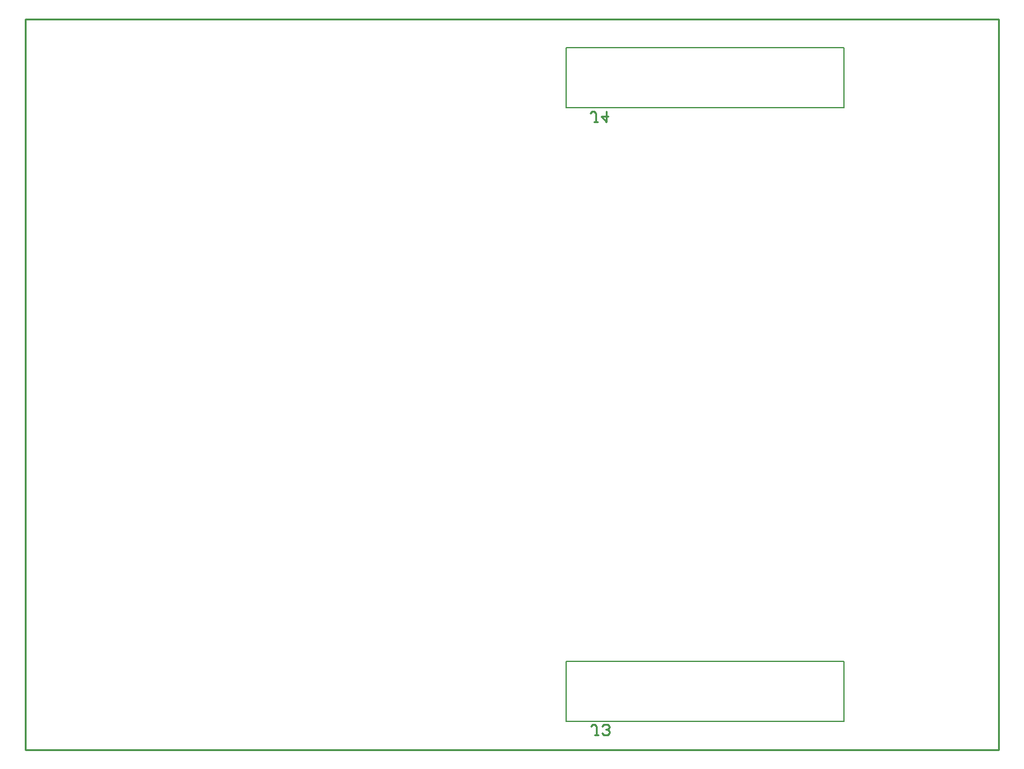
<source format=gbo>
G04*
G04 #@! TF.GenerationSoftware,Altium Limited,Altium Designer,19.0.10 (269)*
G04*
G04 Layer_Color=32896*
%FSLAX44Y44*%
%MOMM*%
G71*
G01*
G75*
%ADD11C,0.2500*%
%ADD12C,0.1500*%
D11*
X782997Y859005D02*
X777998D01*
X780498D01*
Y871501D01*
X777998Y874000D01*
X775499D01*
X773000Y871501D01*
X795493Y874000D02*
Y859005D01*
X787995Y866502D01*
X797992D01*
X783997Y20005D02*
X778998D01*
X781498D01*
Y32501D01*
X778998Y35000D01*
X776499D01*
X774000Y32501D01*
X788995Y22504D02*
X791494Y20005D01*
X796493D01*
X798992Y22504D01*
Y25003D01*
X796493Y27502D01*
X793994D01*
X796493D01*
X798992Y30002D01*
Y32501D01*
X796493Y35000D01*
X791494D01*
X788995Y32501D01*
X0Y0D02*
X1332000D01*
Y1000000D01*
X0D02*
X1332000D01*
X0Y0D02*
Y1000000D01*
D12*
X1120000Y879000D02*
Y961000D01*
X740000Y879000D02*
Y961000D01*
X1120000D01*
X740000Y879000D02*
X1120000D01*
Y39000D02*
Y121000D01*
X740000Y39000D02*
Y121000D01*
X1120000D01*
X740000Y39000D02*
X1120000D01*
M02*

</source>
